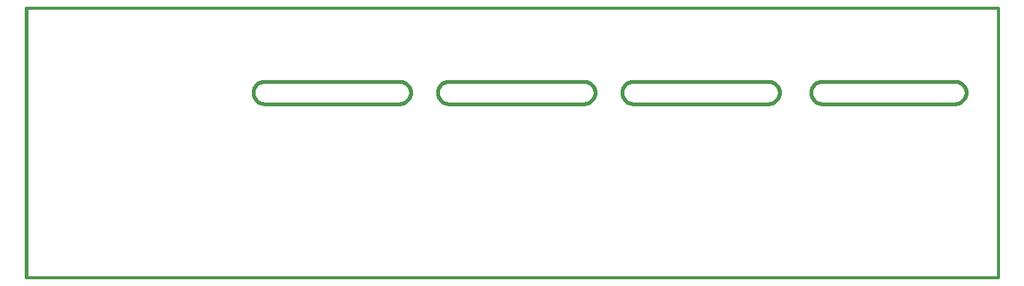
<source format=gbr>
G04 (created by PCBNEW-RS274X (20100406 SVN-R2508)-final) date 6/3/2010 9:59:46 PM*
G01*
G70*
G90*
%MOIN*%
G04 Gerber Fmt 3.4, Leading zero omitted, Abs format*
%FSLAX34Y34*%
G04 APERTURE LIST*
%ADD10C,0.006000*%
%ADD11C,0.012000*%
%ADD12C,0.015000*%
G04 APERTURE END LIST*
G54D10*
G54D11*
X64250Y-43250D02*
X21000Y-43250D01*
X64250Y-55250D02*
X64250Y-43250D01*
X21000Y-55250D02*
X64250Y-55250D01*
G54D12*
X21000Y-55200D02*
X21000Y-55000D01*
X54000Y-47500D02*
X48000Y-47500D01*
X31600Y-46500D02*
X31557Y-46502D01*
X31514Y-46508D01*
X31471Y-46518D01*
X31429Y-46531D01*
X31389Y-46547D01*
X31351Y-46567D01*
X31314Y-46591D01*
X31279Y-46617D01*
X31247Y-46647D01*
X31217Y-46679D01*
X31191Y-46714D01*
X31167Y-46751D01*
X31147Y-46789D01*
X31131Y-46829D01*
X31118Y-46871D01*
X31108Y-46914D01*
X31102Y-46957D01*
X31100Y-47000D01*
X31100Y-47000D02*
X31102Y-47043D01*
X31108Y-47086D01*
X31118Y-47129D01*
X31131Y-47171D01*
X31147Y-47211D01*
X31167Y-47249D01*
X31191Y-47286D01*
X31217Y-47321D01*
X31247Y-47353D01*
X31279Y-47383D01*
X31314Y-47409D01*
X31351Y-47433D01*
X31389Y-47453D01*
X31429Y-47469D01*
X31471Y-47482D01*
X31514Y-47492D01*
X31557Y-47498D01*
X31600Y-47500D01*
X37600Y-47500D02*
X37643Y-47498D01*
X37686Y-47492D01*
X37729Y-47482D01*
X37771Y-47469D01*
X37811Y-47453D01*
X37850Y-47433D01*
X37886Y-47409D01*
X37921Y-47383D01*
X37953Y-47353D01*
X37983Y-47321D01*
X38009Y-47286D01*
X38033Y-47249D01*
X38053Y-47211D01*
X38069Y-47171D01*
X38082Y-47129D01*
X38092Y-47086D01*
X38098Y-47043D01*
X38100Y-47000D01*
X38100Y-47000D02*
X38098Y-46957D01*
X38092Y-46914D01*
X38082Y-46871D01*
X38069Y-46829D01*
X38053Y-46789D01*
X38033Y-46751D01*
X38009Y-46714D01*
X37983Y-46679D01*
X37953Y-46647D01*
X37921Y-46617D01*
X37886Y-46591D01*
X37850Y-46567D01*
X37811Y-46547D01*
X37771Y-46531D01*
X37729Y-46518D01*
X37686Y-46508D01*
X37643Y-46502D01*
X37600Y-46500D01*
X39800Y-46500D02*
X39757Y-46502D01*
X39714Y-46508D01*
X39671Y-46518D01*
X39629Y-46531D01*
X39589Y-46547D01*
X39551Y-46567D01*
X39514Y-46591D01*
X39479Y-46617D01*
X39447Y-46647D01*
X39417Y-46679D01*
X39391Y-46714D01*
X39367Y-46751D01*
X39347Y-46789D01*
X39331Y-46829D01*
X39318Y-46871D01*
X39308Y-46914D01*
X39302Y-46957D01*
X39300Y-47000D01*
X39300Y-47000D02*
X39302Y-47043D01*
X39308Y-47086D01*
X39318Y-47129D01*
X39331Y-47171D01*
X39347Y-47211D01*
X39367Y-47249D01*
X39391Y-47286D01*
X39417Y-47321D01*
X39447Y-47353D01*
X39479Y-47383D01*
X39514Y-47409D01*
X39551Y-47433D01*
X39589Y-47453D01*
X39629Y-47469D01*
X39671Y-47482D01*
X39714Y-47492D01*
X39757Y-47498D01*
X39800Y-47500D01*
X45800Y-47500D02*
X45843Y-47498D01*
X45886Y-47492D01*
X45929Y-47482D01*
X45971Y-47469D01*
X46011Y-47453D01*
X46050Y-47433D01*
X46086Y-47409D01*
X46121Y-47383D01*
X46153Y-47353D01*
X46183Y-47321D01*
X46209Y-47286D01*
X46233Y-47249D01*
X46253Y-47211D01*
X46269Y-47171D01*
X46282Y-47129D01*
X46292Y-47086D01*
X46298Y-47043D01*
X46300Y-47000D01*
X46300Y-47000D02*
X46298Y-46957D01*
X46292Y-46914D01*
X46282Y-46871D01*
X46269Y-46829D01*
X46253Y-46789D01*
X46233Y-46751D01*
X46209Y-46714D01*
X46183Y-46679D01*
X46153Y-46647D01*
X46121Y-46617D01*
X46086Y-46591D01*
X46050Y-46567D01*
X46011Y-46547D01*
X45971Y-46531D01*
X45929Y-46518D01*
X45886Y-46508D01*
X45843Y-46502D01*
X45800Y-46500D01*
X48000Y-46500D02*
X47957Y-46502D01*
X47914Y-46508D01*
X47871Y-46518D01*
X47829Y-46531D01*
X47789Y-46547D01*
X47751Y-46567D01*
X47714Y-46591D01*
X47679Y-46617D01*
X47647Y-46647D01*
X47617Y-46679D01*
X47591Y-46714D01*
X47567Y-46751D01*
X47547Y-46789D01*
X47531Y-46829D01*
X47518Y-46871D01*
X47508Y-46914D01*
X47502Y-46957D01*
X47500Y-47000D01*
X47500Y-47000D02*
X47502Y-47043D01*
X47508Y-47086D01*
X47518Y-47129D01*
X47531Y-47171D01*
X47547Y-47211D01*
X47567Y-47249D01*
X47591Y-47286D01*
X47617Y-47321D01*
X47647Y-47353D01*
X47679Y-47383D01*
X47714Y-47409D01*
X47751Y-47433D01*
X47789Y-47453D01*
X47829Y-47469D01*
X47871Y-47482D01*
X47914Y-47492D01*
X47957Y-47498D01*
X48000Y-47500D01*
X54000Y-47500D02*
X54043Y-47498D01*
X54086Y-47492D01*
X54129Y-47482D01*
X54171Y-47469D01*
X54211Y-47453D01*
X54250Y-47433D01*
X54286Y-47409D01*
X54321Y-47383D01*
X54353Y-47353D01*
X54383Y-47321D01*
X54409Y-47286D01*
X54433Y-47249D01*
X54453Y-47211D01*
X54469Y-47171D01*
X54482Y-47129D01*
X54492Y-47086D01*
X54498Y-47043D01*
X54500Y-47000D01*
X54500Y-47000D02*
X54498Y-46957D01*
X54492Y-46914D01*
X54482Y-46871D01*
X54469Y-46829D01*
X54453Y-46789D01*
X54433Y-46751D01*
X54409Y-46714D01*
X54383Y-46679D01*
X54353Y-46647D01*
X54321Y-46617D01*
X54286Y-46591D01*
X54250Y-46567D01*
X54211Y-46547D01*
X54171Y-46531D01*
X54129Y-46518D01*
X54086Y-46508D01*
X54043Y-46502D01*
X54000Y-46500D01*
X55900Y-47000D02*
X55902Y-47043D01*
X55908Y-47086D01*
X55918Y-47129D01*
X55931Y-47171D01*
X55947Y-47211D01*
X55967Y-47249D01*
X55991Y-47286D01*
X56017Y-47321D01*
X56047Y-47353D01*
X56079Y-47383D01*
X56114Y-47409D01*
X56151Y-47433D01*
X56189Y-47453D01*
X56229Y-47469D01*
X56271Y-47482D01*
X56314Y-47492D01*
X56357Y-47498D01*
X56400Y-47500D01*
X56400Y-46500D02*
X56357Y-46502D01*
X56314Y-46508D01*
X56271Y-46518D01*
X56229Y-46531D01*
X56189Y-46547D01*
X56151Y-46567D01*
X56114Y-46591D01*
X56079Y-46617D01*
X56047Y-46647D01*
X56017Y-46679D01*
X55991Y-46714D01*
X55967Y-46751D01*
X55947Y-46789D01*
X55931Y-46829D01*
X55918Y-46871D01*
X55908Y-46914D01*
X55902Y-46957D01*
X55900Y-47000D01*
X62300Y-47500D02*
X62343Y-47498D01*
X62386Y-47492D01*
X62429Y-47482D01*
X62471Y-47469D01*
X62511Y-47453D01*
X62550Y-47433D01*
X62586Y-47409D01*
X62621Y-47383D01*
X62653Y-47353D01*
X62683Y-47321D01*
X62709Y-47286D01*
X62733Y-47249D01*
X62753Y-47211D01*
X62769Y-47171D01*
X62782Y-47129D01*
X62792Y-47086D01*
X62798Y-47043D01*
X62800Y-47000D01*
X62800Y-47000D02*
X62798Y-46957D01*
X62792Y-46914D01*
X62782Y-46871D01*
X62769Y-46829D01*
X62753Y-46789D01*
X62733Y-46751D01*
X62709Y-46714D01*
X62683Y-46679D01*
X62653Y-46647D01*
X62621Y-46617D01*
X62586Y-46591D01*
X62550Y-46567D01*
X62511Y-46547D01*
X62471Y-46531D01*
X62429Y-46518D01*
X62386Y-46508D01*
X62343Y-46502D01*
X62300Y-46500D01*
X31600Y-47500D02*
X37600Y-47500D01*
X37600Y-46500D02*
X31600Y-46500D01*
X39800Y-47500D02*
X45800Y-47500D01*
X45800Y-46500D02*
X39800Y-46500D01*
X54000Y-46500D02*
X48000Y-46500D01*
X56400Y-46500D02*
X62300Y-46500D01*
X62300Y-47500D02*
X56400Y-47500D01*
X21000Y-43250D02*
X21000Y-55000D01*
M02*

</source>
